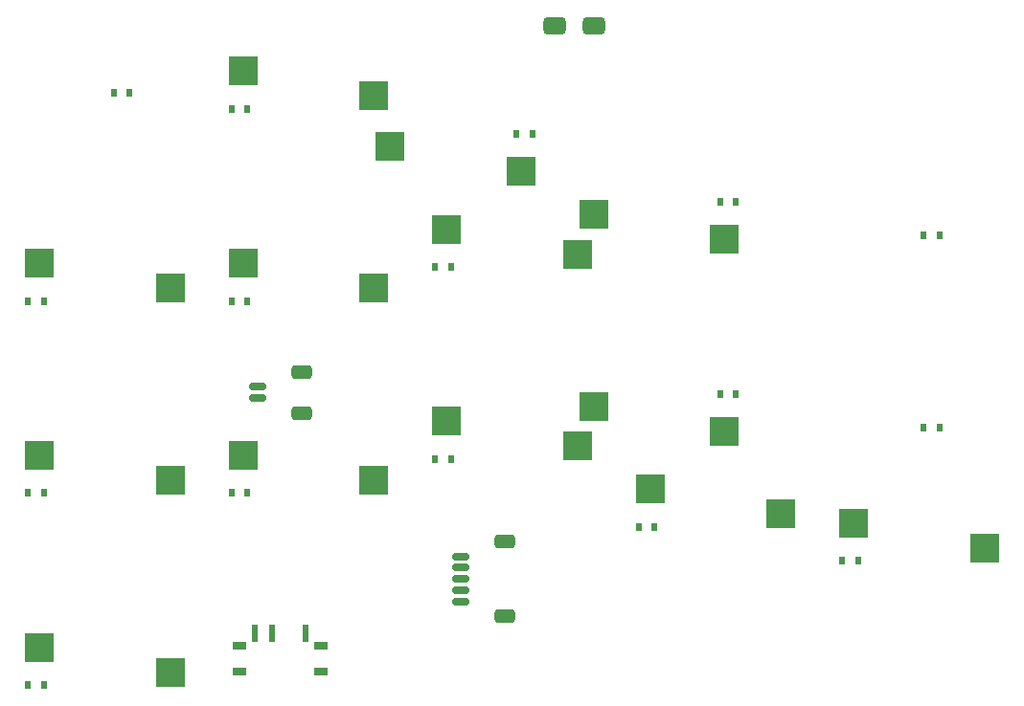
<source format=gbr>
%TF.GenerationSoftware,KiCad,Pcbnew,(7.0.0-0)*%
%TF.CreationDate,2023-02-20T17:01:47+08:00*%
%TF.ProjectId,left,6c656674-2e6b-4696-9361-645f70636258,v1.0.0*%
%TF.SameCoordinates,Original*%
%TF.FileFunction,Paste,Bot*%
%TF.FilePolarity,Positive*%
%FSLAX46Y46*%
G04 Gerber Fmt 4.6, Leading zero omitted, Abs format (unit mm)*
G04 Created by KiCad (PCBNEW (7.0.0-0)) date 2023-02-20 17:01:47*
%MOMM*%
%LPD*%
G01*
G04 APERTURE LIST*
G04 Aperture macros list*
%AMRoundRect*
0 Rectangle with rounded corners*
0 $1 Rounding radius*
0 $2 $3 $4 $5 $6 $7 $8 $9 X,Y pos of 4 corners*
0 Add a 4 corners polygon primitive as box body*
4,1,4,$2,$3,$4,$5,$6,$7,$8,$9,$2,$3,0*
0 Add four circle primitives for the rounded corners*
1,1,$1+$1,$2,$3*
1,1,$1+$1,$4,$5*
1,1,$1+$1,$6,$7*
1,1,$1+$1,$8,$9*
0 Add four rect primitives between the rounded corners*
20,1,$1+$1,$2,$3,$4,$5,0*
20,1,$1+$1,$4,$5,$6,$7,0*
20,1,$1+$1,$6,$7,$8,$9,0*
20,1,$1+$1,$8,$9,$2,$3,0*%
G04 Aperture macros list end*
%ADD10R,2.600000X2.600000*%
%ADD11R,0.600000X0.700000*%
%ADD12R,0.600000X1.524000*%
%ADD13R,1.200000X0.700000*%
%ADD14RoundRect,0.381000X0.619000X0.381000X-0.619000X0.381000X-0.619000X-0.381000X0.619000X-0.381000X0*%
%ADD15RoundRect,0.378000X0.622000X0.378000X-0.622000X0.378000X-0.622000X-0.378000X0.622000X-0.378000X0*%
%ADD16RoundRect,0.150000X-0.625000X0.150000X-0.625000X-0.150000X0.625000X-0.150000X0.625000X0.150000X0*%
%ADD17RoundRect,0.250000X-0.650000X0.350000X-0.650000X-0.350000X0.650000X-0.350000X0.650000X0.350000X0*%
G04 APERTURE END LIST*
D10*
%TO.C,S1*%
X-3274999Y39949999D03*
X8274999Y37749999D03*
%TD*%
D11*
%TO.C,D1*%
X-2899999Y36599999D03*
X-4299999Y36599999D03*
%TD*%
D10*
%TO.C,S2*%
X-3274999Y22949999D03*
X8274999Y20749999D03*
%TD*%
D11*
%TO.C,D2*%
X-2899999Y19599999D03*
X-4299999Y19599999D03*
%TD*%
D10*
%TO.C,S3*%
X-3274999Y5949999D03*
X8274999Y3749999D03*
%TD*%
D11*
%TO.C,D3*%
X-2899999Y2599999D03*
X-4299999Y2599999D03*
%TD*%
D10*
%TO.C,S4*%
X14724999Y56949999D03*
X26274999Y54749999D03*
%TD*%
D11*
%TO.C,D4*%
X15099999Y53599999D03*
X13699999Y53599999D03*
%TD*%
D10*
%TO.C,S5*%
X14724999Y39949999D03*
X26274999Y37749999D03*
%TD*%
D11*
%TO.C,D5*%
X15099999Y36599999D03*
X13699999Y36599999D03*
%TD*%
D10*
%TO.C,S6*%
X14724999Y22949999D03*
X26274999Y20749999D03*
%TD*%
D11*
%TO.C,D6*%
X15099999Y19599999D03*
X13699999Y19599999D03*
%TD*%
D10*
%TO.C,S7*%
X39274999Y48049999D03*
X27724999Y50249999D03*
%TD*%
D11*
%TO.C,D7*%
X38899999Y51399999D03*
X40299999Y51399999D03*
%TD*%
D10*
%TO.C,S8*%
X32724999Y42949999D03*
X44274999Y40749999D03*
%TD*%
D11*
%TO.C,D8*%
X33099999Y39599999D03*
X31699999Y39599999D03*
%TD*%
D10*
%TO.C,S9*%
X32724999Y25949999D03*
X44274999Y23749999D03*
%TD*%
D11*
%TO.C,D9*%
X33099999Y22599999D03*
X31699999Y22599999D03*
%TD*%
D10*
%TO.C,S10*%
X57274999Y42049999D03*
X45724999Y44249999D03*
%TD*%
D11*
%TO.C,D10*%
X56899999Y45399999D03*
X58299999Y45399999D03*
%TD*%
D10*
%TO.C,S11*%
X57274999Y25049999D03*
X45724999Y27249999D03*
%TD*%
D11*
%TO.C,D11*%
X56899999Y28399999D03*
X58299999Y28399999D03*
%TD*%
D10*
%TO.C,S12*%
X50724999Y19949999D03*
X62274999Y17749999D03*
%TD*%
D11*
%TO.C,D12*%
X51099999Y16599999D03*
X49699999Y16599999D03*
%TD*%
%TO.C,D13*%
X74899999Y42399999D03*
X76299999Y42399999D03*
%TD*%
%TO.C,D14*%
X74899999Y25399999D03*
X76299999Y25399999D03*
%TD*%
D10*
%TO.C,S15*%
X68724999Y16949999D03*
X80274999Y14749999D03*
%TD*%
D11*
%TO.C,D15*%
X69099999Y13599999D03*
X67699999Y13599999D03*
%TD*%
%TO.C,D16*%
X4699999Y54999999D03*
X3299999Y54999999D03*
%TD*%
D12*
%TO.C,SS1*%
X20249999Y7199999D03*
X17249999Y7199999D03*
X15749999Y7199999D03*
D13*
X14399999Y6099999D03*
X14399999Y3799999D03*
X21599999Y6099999D03*
X21599999Y3799999D03*
%TD*%
D14*
%TO.C,SB1*%
X45750000Y61000000D03*
D15*
X42250000Y61000000D03*
%TD*%
D16*
%TO.C,JB1*%
X16000000Y28000000D03*
X16000000Y29000000D03*
D17*
X19875000Y26700000D03*
X19875000Y30300000D03*
%TD*%
D16*
%TO.C,JC1*%
X34000000Y10000000D03*
X34000000Y11000000D03*
X34000000Y12000000D03*
X34000000Y13000000D03*
X34000000Y14000000D03*
D17*
X37875000Y15300000D03*
X37875000Y8700000D03*
%TD*%
M02*

</source>
